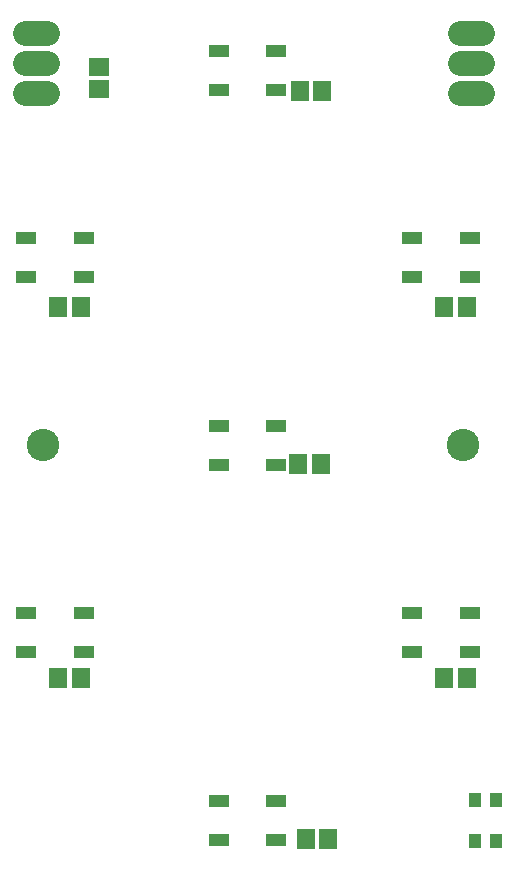
<source format=gts>
G75*
%MOIN*%
%OFA0B0*%
%FSLAX25Y25*%
%IPPOS*%
%LPD*%
%AMOC8*
5,1,8,0,0,1.08239X$1,22.5*
%
%ADD10C,0.10800*%
%ADD11R,0.06706X0.04343*%
%ADD12R,0.05918X0.06706*%
%ADD13R,0.06706X0.05918*%
%ADD14R,0.04146X0.04737*%
%ADD15C,0.08200*%
D10*
X0036600Y0171600D03*
X0176600Y0171600D03*
D11*
X0178746Y0115596D03*
X0178746Y0102604D03*
X0159454Y0102604D03*
X0159454Y0115596D03*
X0114346Y0165104D03*
X0114346Y0178096D03*
X0095054Y0178096D03*
X0095054Y0165104D03*
X0050246Y0115596D03*
X0050246Y0102604D03*
X0030954Y0102604D03*
X0030954Y0115596D03*
X0095054Y0053096D03*
X0095054Y0040104D03*
X0114346Y0040104D03*
X0114346Y0053096D03*
X0159454Y0227604D03*
X0159454Y0240596D03*
X0178746Y0240596D03*
X0178746Y0227604D03*
X0114346Y0290104D03*
X0114346Y0303096D03*
X0095054Y0303096D03*
X0095054Y0290104D03*
X0050246Y0240596D03*
X0050246Y0227604D03*
X0030954Y0227604D03*
X0030954Y0240596D03*
D12*
X0041610Y0094100D03*
X0049090Y0094100D03*
X0121610Y0165350D03*
X0129090Y0165350D03*
X0170360Y0217850D03*
X0177840Y0217850D03*
X0129540Y0289750D03*
X0122060Y0289750D03*
X0049090Y0217850D03*
X0041610Y0217850D03*
X0124110Y0040350D03*
X0131590Y0040350D03*
X0170360Y0094100D03*
X0177840Y0094100D03*
D13*
X0055350Y0290360D03*
X0055350Y0297840D03*
D14*
X0180655Y0053490D03*
X0187545Y0053490D03*
X0187545Y0039710D03*
X0180655Y0039710D03*
D15*
X0182800Y0289100D02*
X0175400Y0289100D01*
X0175400Y0299100D02*
X0182800Y0299100D01*
X0182800Y0309100D02*
X0175400Y0309100D01*
X0037800Y0309100D02*
X0030400Y0309100D01*
X0030400Y0299100D02*
X0037800Y0299100D01*
X0037800Y0289100D02*
X0030400Y0289100D01*
M02*

</source>
